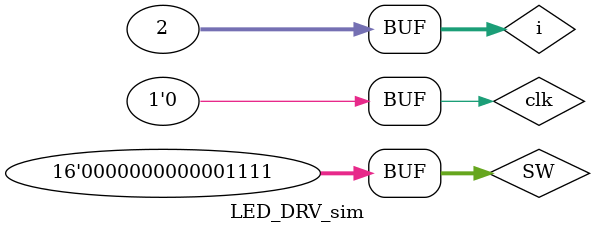
<source format=v>
`timescale 1ns / 1ps
module LED_DRV_sim;
	reg clk;
	reg [15:0] SW;

	wire LED_CLK;
	wire LED_CLR;
	wire LED_EN;
	wire LED_D0;
	wire [15:0] num;
	wire [15:0] reg_num;

	LED_DRV uut (
		.clk(clk), 
		.SW(SW), 
		.LED_CLK(LED_CLK), 
		.LED_CLR(LED_CLR), 
		.LED_EN(LED_EN), 
		.LED_D0(LED_D0), 
		.num(num), 
		.reg_num(reg_num)
	);
	integer i;
	initial begin
		clk = 0;
		SW = 0;
		#100;

		SW[14] = 1;
		for (i = 0; i < 4; i = i + 1)
		begin
			SW[i] = 1;
		end
		#20;
		for (i = 0; i < 4; i = i + 1)
		begin
			SW[i] = 0;
		end
		#20;
		
      SW[14] = 0;
		for (i = 0; i < 4; i = i + 1)
		begin
			SW[3] = 0; #20 
			SW[3] = 1; #20;
		end
		for (i = 0; i < 3; i = i + 1)
		begin
			SW[2] = 0; #20 
			SW[2] = 1; #20;
		end
		for (i = 0; i < 2; i = i + 1)
		begin
			SW[1] = 0; #20 
			SW[1] = 1; #20;
		end
		SW[0] = 0; #20; // Dial it up and down
		SW[0] = 1; #20;
		
		SW[14] = 0;
		SW[15] = 1; #20
		SW[15] = 0;
	end
	
		always begin
			clk = 1; #10
			clk = 0; #10;
		end
      
endmodule


</source>
